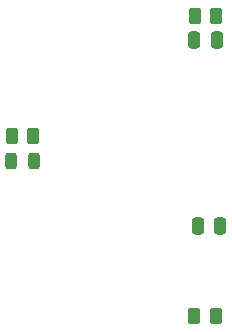
<source format=gbr>
%TF.GenerationSoftware,KiCad,Pcbnew,(6.0.1)*%
%TF.CreationDate,2022-07-04T15:39:42-03:00*%
%TF.ProjectId,pcb_for_testing,7063625f-666f-4725-9f74-657374696e67,rev?*%
%TF.SameCoordinates,Original*%
%TF.FileFunction,Paste,Top*%
%TF.FilePolarity,Positive*%
%FSLAX46Y46*%
G04 Gerber Fmt 4.6, Leading zero omitted, Abs format (unit mm)*
G04 Created by KiCad (PCBNEW (6.0.1)) date 2022-07-04 15:39:42*
%MOMM*%
%LPD*%
G01*
G04 APERTURE LIST*
G04 Aperture macros list*
%AMRoundRect*
0 Rectangle with rounded corners*
0 $1 Rounding radius*
0 $2 $3 $4 $5 $6 $7 $8 $9 X,Y pos of 4 corners*
0 Add a 4 corners polygon primitive as box body*
4,1,4,$2,$3,$4,$5,$6,$7,$8,$9,$2,$3,0*
0 Add four circle primitives for the rounded corners*
1,1,$1+$1,$2,$3*
1,1,$1+$1,$4,$5*
1,1,$1+$1,$6,$7*
1,1,$1+$1,$8,$9*
0 Add four rect primitives between the rounded corners*
20,1,$1+$1,$2,$3,$4,$5,0*
20,1,$1+$1,$4,$5,$6,$7,0*
20,1,$1+$1,$6,$7,$8,$9,0*
20,1,$1+$1,$8,$9,$2,$3,0*%
G04 Aperture macros list end*
%ADD10RoundRect,0.250000X0.262500X0.450000X-0.262500X0.450000X-0.262500X-0.450000X0.262500X-0.450000X0*%
%ADD11RoundRect,0.250000X-0.262500X-0.450000X0.262500X-0.450000X0.262500X0.450000X-0.262500X0.450000X0*%
%ADD12RoundRect,0.243750X0.243750X0.456250X-0.243750X0.456250X-0.243750X-0.456250X0.243750X-0.456250X0*%
%ADD13RoundRect,0.250000X0.250000X0.475000X-0.250000X0.475000X-0.250000X-0.475000X0.250000X-0.475000X0*%
G04 APERTURE END LIST*
D10*
%TO.C,R3*%
X119587500Y-76800000D03*
X121412500Y-76800000D03*
%TD*%
D11*
%TO.C,R2*%
X135087500Y-66610000D03*
X136912500Y-66610000D03*
%TD*%
%TO.C,R1*%
X135030000Y-92030000D03*
X136855000Y-92030000D03*
%TD*%
D12*
%TO.C,D1*%
X121447500Y-78900000D03*
X119572500Y-78900000D03*
%TD*%
D13*
%TO.C,C2*%
X136950000Y-68670000D03*
X135050000Y-68670000D03*
%TD*%
%TO.C,C1*%
X137260000Y-84420000D03*
X135360000Y-84420000D03*
%TD*%
M02*

</source>
